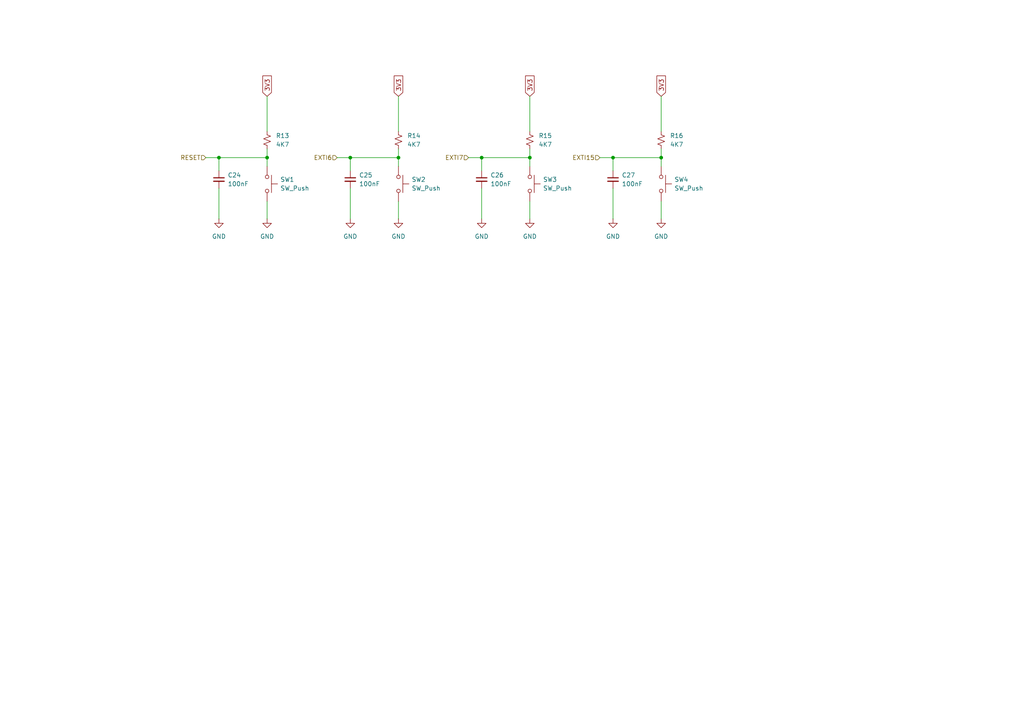
<source format=kicad_sch>
(kicad_sch (version 20250114) (generator "eeschema") (generator_version "9.0")
  (paper "A4")
  (lib_symbols
    (symbol "Device:C_Small" (pin_numbers (hide yes)) (pin_names (offset 0.254) (hide yes))
      (property "Reference" "C" (at 0.254 1.778 0))
      (property "Value" "C_Small" (at 0.254 -2.032 0))
      (symbol "C_Small_0_1"
        (polyline (pts (xy -1.524 0.508) (xy 1.524 0.508)) (stroke (width 0.3048)))
        (polyline (pts (xy -1.524 -0.508) (xy 1.524 -0.508)) (stroke (width 0.3302)))
      )
      (symbol "C_Small_1_1"
        (pin passive line (at 0 2.54 270) (length 2.032) (name "~") (number "1"))
        (pin passive line (at 0 -2.54 90) (length 2.032) (name "~") (number "2"))
      )
    )
    (symbol "Device:R_Small_US" (pin_numbers (hide yes)) (pin_names (offset 0.254) (hide yes))
      (property "Reference" "R" (at 0.762 0.508 0))
      (property "Value" "R_Small_US" (at 0.762 -1.016 0))
      (symbol "R_Small_US_1_1"
        (polyline (pts (xy 0 1.524) (xy 1.016 1.143) (xy 0 0.762) (xy -1.016 0.381) (xy 0 0)))
        (polyline (pts (xy 0 0) (xy 1.016 -0.381) (xy 0 -0.762) (xy -1.016 -1.143) (xy 0 -1.524)))
        (pin passive line (at 0 2.54 270) (length 1.016) (name "~") (number "1"))
        (pin passive line (at 0 -2.54 90) (length 1.016) (name "~") (number "2"))
      )
    )
    (symbol "Switch:SW_Push" (pin_numbers (hide yes)) (pin_names (offset 1.016) (hide yes))
      (property "Reference" "SW" (at 1.27 2.54 0))
      (property "Value" "SW_Push" (at 0 -1.524 0))
      (symbol "SW_Push_0_1"
        (circle (center -2.032 0) (radius 0.508))
        (polyline (pts (xy 0 1.27) (xy 0 3.048)))
        (circle (center 2.032 0) (radius 0.508))
        (polyline (pts (xy 2.54 1.27) (xy -2.54 1.27)))
        (pin passive line (at -5.08 0 0) (length 2.54) (name "1") (number "1"))
        (pin passive line (at 5.08 0 180) (length 2.54) (name "2") (number "2"))
      )
    )
    (symbol "power:GND" (power) (pin_numbers (hide yes)) (pin_names (offset 0) (hide yes))
      (property "Value" "GND" (at 0 -3.81 0))
      (symbol "GND_0_1"
        (polyline (pts (xy 0 0) (xy 0 -1.27) (xy 1.27 -1.27) (xy 0 -2.54) (xy -1.27 -1.27) (xy 0 -1.27)))
      )
      (symbol "GND_1_1"
        (pin power_in line (at 0 0 270) (length 0) (name "~") (number "1"))
      )
    )
  )
  (junction (at 139.7 45.72))
  (junction (at 115.57 45.72))
  (junction (at 101.6 45.72))
  (junction (at 191.77 45.72))
  (junction (at 153.67 45.72))
  (junction (at 63.5 45.72))
  (junction (at 77.47 45.72))
  (junction (at 177.8 45.72))
  (wire (pts (xy 59.69 45.72) (xy 63.5 45.72)))
  (wire (pts (xy 139.7 45.72) (xy 139.7 49.53)))
  (wire (pts (xy 63.5 45.72) (xy 77.47 45.72)))
  (wire (pts (xy 115.57 27.94) (xy 115.57 38.1)))
  (wire (pts (xy 139.7 45.72) (xy 153.67 45.72)))
  (wire (pts (xy 97.79 45.72) (xy 101.6 45.72)))
  (wire (pts (xy 153.67 27.94) (xy 153.67 38.1)))
  (wire (pts (xy 191.77 43.18) (xy 191.77 45.72)))
  (wire (pts (xy 77.47 27.94) (xy 77.47 38.1)))
  (wire (pts (xy 77.47 58.42) (xy 77.47 63.5)))
  (wire (pts (xy 139.7 54.61) (xy 139.7 63.5)))
  (wire (pts (xy 191.77 58.42) (xy 191.77 63.5)))
  (wire (pts (xy 177.8 54.61) (xy 177.8 63.5)))
  (wire (pts (xy 153.67 58.42) (xy 153.67 63.5)))
  (wire (pts (xy 77.47 43.18) (xy 77.47 45.72)))
  (wire (pts (xy 177.8 45.72) (xy 177.8 49.53)))
  (wire (pts (xy 191.77 45.72) (xy 191.77 48.26)))
  (wire (pts (xy 177.8 45.72) (xy 191.77 45.72)))
  (wire (pts (xy 63.5 54.61) (xy 63.5 63.5)))
  (wire (pts (xy 153.67 43.18) (xy 153.67 45.72)))
  (wire (pts (xy 101.6 45.72) (xy 101.6 49.53)))
  (wire (pts (xy 101.6 54.61) (xy 101.6 63.5)))
  (wire (pts (xy 173.99 45.72) (xy 177.8 45.72)))
  (wire (pts (xy 115.57 45.72) (xy 115.57 48.26)))
  (wire (pts (xy 115.57 58.42) (xy 115.57 63.5)))
  (wire (pts (xy 191.77 27.94) (xy 191.77 38.1)))
  (wire (pts (xy 115.57 43.18) (xy 115.57 45.72)))
  (wire (pts (xy 135.89 45.72) (xy 139.7 45.72)))
  (wire (pts (xy 63.5 45.72) (xy 63.5 49.53)))
  (wire (pts (xy 153.67 45.72) (xy 153.67 48.26)))
  (wire (pts (xy 101.6 45.72) (xy 115.57 45.72)))
  (wire (pts (xy 77.47 45.72) (xy 77.47 48.26)))
  (global_label "3V3" (shape input) (at 153.67 27.94 90) (property "Intersheetrefs" "${INTERSHEET_REFS}" (effects (hide yes))))
  (global_label "3V3" (shape input) (at 191.77 27.94 90) (property "Intersheetrefs" "${INTERSHEET_REFS}" (effects (hide yes))))
  (global_label "3V3" (shape input) (at 115.57 27.94 90) (property "Intersheetrefs" "${INTERSHEET_REFS}" (effects (hide yes))))
  (global_label "3V3" (shape input) (at 77.47 27.94 90) (property "Intersheetrefs" "${INTERSHEET_REFS}" (effects (hide yes))))
  (hierarchical_label "EXTI15" (shape input) (at 173.99 45.72 180))
  (hierarchical_label "RESET" (shape input) (at 59.69 45.72 180))
  (hierarchical_label "EXTI6" (shape input) (at 97.79 45.72 180))
  (hierarchical_label "EXTI7" (shape input) (at 135.89 45.72 180))
  (symbol (lib_id "power:GND") (at 77.47 63.5 0) (unit 1)
    (property "Reference" "#PWR019" (effects (hide yes)))
    (property "Value" "GND" (at 77.47 68.58 0))
    (property "Description" "Power symbol creates a global label with name \"GND\" , ground" (effects (hide yes)))
  )
  (symbol (lib_id "power:GND") (at 153.67 63.5 0) (unit 1)
    (property "Reference" "#PWR024" (effects (hide yes)))
    (property "Value" "GND" (at 153.67 68.58 0))
    (property "Description" "Power symbol creates a global label with name \"GND\" , ground" (effects (hide yes)))
  )
  (symbol (lib_id "Switch:SW_Push") (at 77.47 53.34 270) (unit 1)
    (property "Reference" "SW1" (at 81.28 52.0699 90) (effects (justify left)))
    (property "Value" "SW_Push" (at 81.28 54.6099 90) (effects (justify left)))
    (property "Footprint" "Button_Switch_SMD:SW_Push_1P1T_NO_E-Switch_TL3301NxxxxxG" (effects (hide yes)))
    (property "Description" "Push button switch, generic, two pins" (effects (hide yes)))
  )
  (symbol (lib_id "power:GND") (at 139.7 63.5 0) (unit 1)
    (property "Reference" "#PWR023" (effects (hide yes)))
    (property "Value" "GND" (at 139.7 68.58 0))
    (property "Description" "Power symbol creates a global label with name \"GND\" , ground" (effects (hide yes)))
  )
  (symbol (lib_id "power:GND") (at 63.5 63.5 0) (unit 1)
    (property "Reference" "#PWR020" (effects (hide yes)))
    (property "Value" "GND" (at 63.5 68.58 0))
    (property "Description" "Power symbol creates a global label with name \"GND\" , ground" (effects (hide yes)))
  )
  (symbol (lib_id "Device:R_Small_US") (at 115.57 40.64 0) (unit 1)
    (property "Reference" "R14" (at 118.11 39.3699 0) (effects (justify left)))
    (property "Value" "4K7" (at 118.11 41.9099 0) (effects (justify left)))
    (property "Footprint" "Resistor_SMD:R_0805_2012Metric_Pad1.20x1.40mm_HandSolder" (effects (hide yes)))
    (property "Description" "Resistor, small US symbol" (effects (hide yes)))
  )
  (symbol (lib_id "Device:C_Small") (at 101.6 52.07 0) (unit 1)
    (property "Reference" "C25" (at 104.14 50.8062 0) (effects (justify left)))
    (property "Value" "100nF" (at 104.14 53.3462 0) (effects (justify left)))
    (property "Footprint" "Capacitor_SMD:C_0805_2012Metric_Pad1.18x1.45mm_HandSolder" (effects (hide yes)))
    (property "Description" "Unpolarized capacitor, small symbol" (effects (hide yes)))
  )
  (symbol (lib_id "Switch:SW_Push") (at 115.57 53.34 270) (unit 1)
    (property "Reference" "SW2" (at 119.38 52.0699 90) (effects (justify left)))
    (property "Value" "SW_Push" (at 119.38 54.6099 90) (effects (justify left)))
    (property "Footprint" "Button_Switch_SMD:SW_Push_1P1T_NO_E-Switch_TL3301NxxxxxG" (effects (hide yes)))
    (property "Description" "Push button switch, generic, two pins" (effects (hide yes)))
  )
  (symbol (lib_id "power:GND") (at 115.57 63.5 0) (unit 1)
    (property "Reference" "#PWR022" (effects (hide yes)))
    (property "Value" "GND" (at 115.57 68.58 0))
    (property "Description" "Power symbol creates a global label with name \"GND\" , ground" (effects (hide yes)))
  )
  (symbol (lib_id "Device:R_Small_US") (at 153.67 40.64 0) (unit 1)
    (property "Reference" "R15" (at 156.21 39.3699 0) (effects (justify left)))
    (property "Value" "4K7" (at 156.21 41.9099 0) (effects (justify left)))
    (property "Footprint" "Resistor_SMD:R_0805_2012Metric_Pad1.20x1.40mm_HandSolder" (effects (hide yes)))
    (property "Description" "Resistor, small US symbol" (effects (hide yes)))
  )
  (symbol (lib_id "Device:R_Small_US") (at 77.47 40.64 0) (unit 1)
    (property "Reference" "R13" (at 80.01 39.3699 0) (effects (justify left)))
    (property "Value" "4K7" (at 80.01 41.9099 0) (effects (justify left)))
    (property "Footprint" "Resistor_SMD:R_0805_2012Metric_Pad1.20x1.40mm_HandSolder" (effects (hide yes)))
    (property "Description" "Resistor, small US symbol" (effects (hide yes)))
  )
  (symbol (lib_id "Device:C_Small") (at 63.5 52.07 0) (unit 1)
    (property "Reference" "C24" (at 66.04 50.8062 0) (effects (justify left)))
    (property "Value" "100nF" (at 66.04 53.3462 0) (effects (justify left)))
    (property "Footprint" "Capacitor_SMD:C_0805_2012Metric_Pad1.18x1.45mm_HandSolder" (effects (hide yes)))
    (property "Description" "Unpolarized capacitor, small symbol" (effects (hide yes)))
  )
  (symbol (lib_id "Switch:SW_Push") (at 153.67 53.34 270) (unit 1)
    (property "Reference" "SW3" (at 157.48 52.0699 90) (effects (justify left)))
    (property "Value" "SW_Push" (at 157.48 54.6099 90) (effects (justify left)))
    (property "Footprint" "Button_Switch_SMD:SW_Push_1P1T_NO_E-Switch_TL3301NxxxxxG" (effects (hide yes)))
    (property "Description" "Push button switch, generic, two pins" (effects (hide yes)))
  )
  (symbol (lib_id "Device:R_Small_US") (at 191.77 40.64 0) (unit 1)
    (property "Reference" "R16" (at 194.31 39.3699 0) (effects (justify left)))
    (property "Value" "4K7" (at 194.31 41.9099 0) (effects (justify left)))
    (property "Footprint" "Resistor_SMD:R_0805_2012Metric_Pad1.20x1.40mm_HandSolder" (effects (hide yes)))
    (property "Description" "Resistor, small US symbol" (effects (hide yes)))
  )
  (symbol (lib_id "Device:C_Small") (at 177.8 52.07 0) (unit 1)
    (property "Reference" "C27" (at 180.34 50.8062 0) (effects (justify left)))
    (property "Value" "100nF" (at 180.34 53.3462 0) (effects (justify left)))
    (property "Footprint" "Capacitor_SMD:C_0805_2012Metric_Pad1.18x1.45mm_HandSolder" (effects (hide yes)))
    (property "Description" "Unpolarized capacitor, small symbol" (effects (hide yes)))
  )
  (symbol (lib_id "power:GND") (at 177.8 63.5 0) (unit 1)
    (property "Reference" "#PWR025" (effects (hide yes)))
    (property "Value" "GND" (at 177.8 68.58 0))
    (property "Description" "Power symbol creates a global label with name \"GND\" , ground" (effects (hide yes)))
  )
  (symbol (lib_id "power:GND") (at 191.77 63.5 0) (unit 1)
    (property "Reference" "#PWR026" (effects (hide yes)))
    (property "Value" "GND" (at 191.77 68.58 0))
    (property "Description" "Power symbol creates a global label with name \"GND\" , ground" (effects (hide yes)))
  )
  (symbol (lib_id "Switch:SW_Push") (at 191.77 53.34 270) (unit 1)
    (property "Reference" "SW4" (at 195.58 52.0699 90) (effects (justify left)))
    (property "Value" "SW_Push" (at 195.58 54.6099 90) (effects (justify left)))
    (property "Footprint" "Button_Switch_SMD:SW_Push_1P1T_NO_E-Switch_TL3301NxxxxxG" (effects (hide yes)))
    (property "Description" "Push button switch, generic, two pins" (effects (hide yes)))
  )
  (symbol (lib_id "power:GND") (at 101.6 63.5 0) (unit 1)
    (property "Reference" "#PWR021" (effects (hide yes)))
    (property "Value" "GND" (at 101.6 68.58 0))
    (property "Description" "Power symbol creates a global label with name \"GND\" , ground" (effects (hide yes)))
  )
  (symbol (lib_id "Device:C_Small") (at 139.7 52.07 0) (unit 1)
    (property "Reference" "C26" (at 142.24 50.8062 0) (effects (justify left)))
    (property "Value" "100nF" (at 142.24 53.3462 0) (effects (justify left)))
    (property "Footprint" "Capacitor_SMD:C_0805_2012Metric_Pad1.18x1.45mm_HandSolder" (effects (hide yes)))
    (property "Description" "Unpolarized capacitor, small symbol" (effects (hide yes)))
  )
)
</source>
